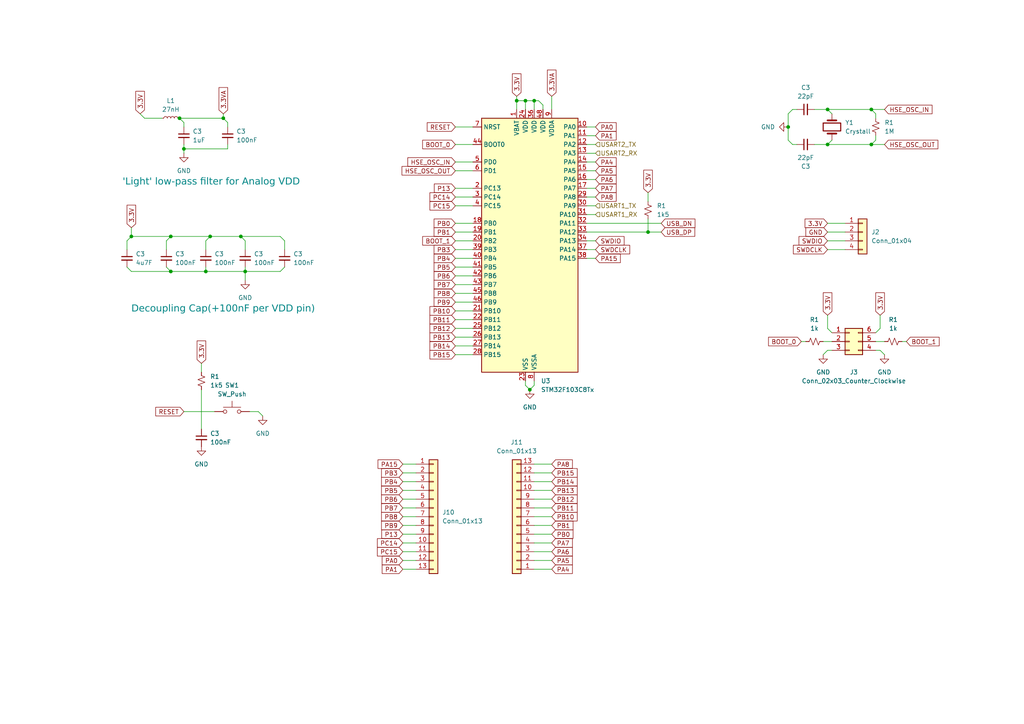
<source format=kicad_sch>
(kicad_sch (version 20230121) (generator eeschema)
  (paper "A4")
  (lib_symbols
    (symbol "Connector_Generic:Conn_01x04" (pin_names (offset 1.016) hide)
      (property "Reference" "J" (at 0 5.08 0))
      (property "Value" "Conn_01x04" (at 0 -7.62 0))
      (symbol "Conn_01x04_1_1"
        (rectangle (start -1.27 -4.953) (end 0 -5.207) (stroke (width 0.1524)))
        (rectangle (start -1.27 -2.413) (end 0 -2.667) (stroke (width 0.1524)))
        (rectangle (start -1.27 0.127) (end 0 -0.127) (stroke (width 0.1524)))
        (rectangle (start -1.27 2.667) (end 0 2.413) (stroke (width 0.1524)))
        (rectangle (start -1.27 3.81) (end 1.27 -6.35) (stroke (width 0.254)) (fill (type background)))
        (pin passive line (at -5.08 2.54 0) (length 3.81) (name "Pin_1") (number "1"))
        (pin passive line (at -5.08 0 0) (length 3.81) (name "Pin_2") (number "2"))
        (pin passive line (at -5.08 -2.54 0) (length 3.81) (name "Pin_3") (number "3"))
        (pin passive line (at -5.08 -5.08 0) (length 3.81) (name "Pin_4") (number "4"))
      )
    )
    (symbol "Connector_Generic:Conn_01x13" (pin_names (offset 1.016) hide)
      (property "Reference" "J" (at 0 17.78 0))
      (property "Value" "Conn_01x13" (at 0 -17.78 0))
      (symbol "Conn_01x13_1_1"
        (rectangle (start -1.27 -15.113) (end 0 -15.367) (stroke (width 0.1524)))
        (rectangle (start -1.27 -12.573) (end 0 -12.827) (stroke (width 0.1524)))
        (rectangle (start -1.27 -10.033) (end 0 -10.287) (stroke (width 0.1524)))
        (rectangle (start -1.27 -7.493) (end 0 -7.747) (stroke (width 0.1524)))
        (rectangle (start -1.27 -4.953) (end 0 -5.207) (stroke (width 0.1524)))
        (rectangle (start -1.27 -2.413) (end 0 -2.667) (stroke (width 0.1524)))
        (rectangle (start -1.27 0.127) (end 0 -0.127) (stroke (width 0.1524)))
        (rectangle (start -1.27 2.667) (end 0 2.413) (stroke (width 0.1524)))
        (rectangle (start -1.27 5.207) (end 0 4.953) (stroke (width 0.1524)))
        (rectangle (start -1.27 7.747) (end 0 7.493) (stroke (width 0.1524)))
        (rectangle (start -1.27 10.287) (end 0 10.033) (stroke (width 0.1524)))
        (rectangle (start -1.27 12.827) (end 0 12.573) (stroke (width 0.1524)))
        (rectangle (start -1.27 15.367) (end 0 15.113) (stroke (width 0.1524)))
        (rectangle (start -1.27 16.51) (end 1.27 -16.51) (stroke (width 0.254)) (fill (type background)))
        (pin passive line (at -5.08 15.24 0) (length 3.81) (name "Pin_1") (number "1"))
        (pin passive line (at -5.08 -7.62 0) (length 3.81) (name "Pin_10") (number "10"))
        (pin passive line (at -5.08 -10.16 0) (length 3.81) (name "Pin_11") (number "11"))
        (pin passive line (at -5.08 -12.7 0) (length 3.81) (name "Pin_12") (number "12"))
        (pin passive line (at -5.08 -15.24 0) (length 3.81) (name "Pin_13") (number "13"))
        (pin passive line (at -5.08 12.7 0) (length 3.81) (name "Pin_2") (number "2"))
        (pin passive line (at -5.08 10.16 0) (length 3.81) (name "Pin_3") (number "3"))
        (pin passive line (at -5.08 7.62 0) (length 3.81) (name "Pin_4") (number "4"))
        (pin passive line (at -5.08 5.08 0) (length 3.81) (name "Pin_5") (number "5"))
        (pin passive line (at -5.08 2.54 0) (length 3.81) (name "Pin_6") (number "6"))
        (pin passive line (at -5.08 0 0) (length 3.81) (name "Pin_7") (number "7"))
        (pin passive line (at -5.08 -2.54 0) (length 3.81) (name "Pin_8") (number "8"))
        (pin passive line (at -5.08 -5.08 0) (length 3.81) (name "Pin_9") (number "9"))
      )
    )
    (symbol "Connector_Generic:Conn_02x03_Counter_Clockwise" (pin_names (offset 1.016) hide)
      (property "Reference" "J" (at 1.27 5.08 0))
      (property "Value" "Conn_02x03_Counter_Clockwise" (at 1.27 -5.08 0))
      (symbol "Conn_02x03_Counter_Clockwise_1_1"
        (rectangle (start -1.27 -2.413) (end 0 -2.667) (stroke (width 0.1524)))
        (rectangle (start -1.27 0.127) (end 0 -0.127) (stroke (width 0.1524)))
        (rectangle (start -1.27 2.667) (end 0 2.413) (stroke (width 0.1524)))
        (rectangle (start -1.27 3.81) (end 3.81 -3.81) (stroke (width 0.254)) (fill (type background)))
        (rectangle (start 3.81 -2.413) (end 2.54 -2.667) (stroke (width 0.1524)))
        (rectangle (start 3.81 0.127) (end 2.54 -0.127) (stroke (width 0.1524)))
        (rectangle (start 3.81 2.667) (end 2.54 2.413) (stroke (width 0.1524)))
        (pin passive line (at -5.08 2.54 0) (length 3.81) (name "Pin_1") (number "1"))
        (pin passive line (at -5.08 0 0) (length 3.81) (name "Pin_2") (number "2"))
        (pin passive line (at -5.08 -2.54 0) (length 3.81) (name "Pin_3") (number "3"))
        (pin passive line (at 7.62 -2.54 180) (length 3.81) (name "Pin_4") (number "4"))
        (pin passive line (at 7.62 0 180) (length 3.81) (name "Pin_5") (number "5"))
        (pin passive line (at 7.62 2.54 180) (length 3.81) (name "Pin_6") (number "6"))
      )
    )
    (symbol "Device:C_Small" (pin_numbers hide) (pin_names (offset 0.254) hide)
      (property "Reference" "C" (at 0.254 1.778 0))
      (property "Value" "C_Small" (at 0.254 -2.032 0))
      (symbol "C_Small_0_1"
        (polyline (pts (xy -1.524 -0.508) (xy 1.524 -0.508)) (stroke (width 0.3302)))
        (polyline (pts (xy -1.524 0.508) (xy 1.524 0.508)) (stroke (width 0.3048)))
      )
      (symbol "C_Small_1_1"
        (pin passive line (at 0 2.54 270) (length 2.032) (name "~") (number "1"))
        (pin passive line (at 0 -2.54 90) (length 2.032) (name "~") (number "2"))
      )
    )
    (symbol "Device:Crystal" (pin_numbers hide) (pin_names (offset 1.016) hide)
      (property "Reference" "Y" (at 0 3.81 0))
      (property "Value" "Crystal" (at 0 -3.81 0))
      (symbol "Crystal_0_1"
        (rectangle (start -1.143 2.54) (end 1.143 -2.54) (stroke (width 0.3048)))
        (polyline (pts (xy -2.54 0) (xy -1.905 0)))
        (polyline (pts (xy -1.905 -1.27) (xy -1.905 1.27)) (stroke (width 0.508)))
        (polyline (pts (xy 1.905 -1.27) (xy 1.905 1.27)) (stroke (width 0.508)))
        (polyline (pts (xy 2.54 0) (xy 1.905 0)))
      )
      (symbol "Crystal_1_1"
        (pin passive line (at -3.81 0 0) (length 1.27) (name "1") (number "1"))
        (pin passive line (at 3.81 0 180) (length 1.27) (name "2") (number "2"))
      )
    )
    (symbol "Device:L_Small" (pin_numbers hide) (pin_names (offset 0.254) hide)
      (property "Reference" "L" (at 0.762 1.016 0))
      (property "Value" "L_Small" (at 0.762 -1.016 0))
      (symbol "L_Small_0_1"
        (arc (start 0 -2.032) (mid 0.5058 -1.524) (end 0 -1.016))
        (arc (start 0 -1.016) (mid 0.5058 -0.508) (end 0 0))
        (arc (start 0 0) (mid 0.5058 0.508) (end 0 1.016))
        (arc (start 0 1.016) (mid 0.5058 1.524) (end 0 2.032))
      )
      (symbol "L_Small_1_1"
        (pin passive line (at 0 2.54 270) (length 0.508) (name "~") (number "1"))
        (pin passive line (at 0 -2.54 90) (length 0.508) (name "~") (number "2"))
      )
    )
    (symbol "Device:R_Small_US" (pin_numbers hide) (pin_names (offset 0.254) hide)
      (property "Reference" "R" (at 0.762 0.508 0))
      (property "Value" "R_Small_US" (at 0.762 -1.016 0))
      (symbol "R_Small_US_1_1"
        (polyline (pts (xy 0 0) (xy 1.016 -0.381) (xy 0 -0.762) (xy -1.016 -1.143) (xy 0 -1.524)))
        (polyline (pts (xy 0 1.524) (xy 1.016 1.143) (xy 0 0.762) (xy -1.016 0.381) (xy 0 0)))
        (pin passive line (at 0 2.54 270) (length 1.016) (name "~") (number "1"))
        (pin passive line (at 0 -2.54 90) (length 1.016) (name "~") (number "2"))
      )
    )
    (symbol "MCU_ST_STM32F1:STM32F103C8Tx"
      (property "Reference" "U" (at -12.7 39.37 0))
      (property "Value" "STM32F103C8Tx" (at 10.16 39.37 0))
      (symbol "STM32F103C8Tx_0_1"
        (rectangle (start -12.7 -35.56) (end 15.24 38.1) (stroke (width 0.254)) (fill (type background)))
      )
      (symbol "STM32F103C8Tx_1_1"
        (pin power_in line (at -2.54 40.64 270) (length 2.54) (name "VBAT") (number "1"))
        (pin bidirectional line (at 17.78 35.56 180) (length 2.54) (name "PA0") (number "10"))
        (pin bidirectional line (at 17.78 33.02 180) (length 2.54) (name "PA1") (number "11"))
        (pin bidirectional line (at 17.78 30.48 180) (length 2.54) (name "PA2") (number "12"))
        (pin bidirectional line (at 17.78 27.94 180) (length 2.54) (name "PA3") (number "13"))
        (pin bidirectional line (at 17.78 25.4 180) (length 2.54) (name "PA4") (number "14"))
        (pin bidirectional line (at 17.78 22.86 180) (length 2.54) (name "PA5") (number "15"))
        (pin bidirectional line (at 17.78 20.32 180) (length 2.54) (name "PA6") (number "16"))
        (pin bidirectional line (at 17.78 17.78 180) (length 2.54) (name "PA7") (number "17"))
        (pin bidirectional line (at -15.24 7.62 0) (length 2.54) (name "PB0") (number "18"))
        (pin bidirectional line (at -15.24 5.08 0) (length 2.54) (name "PB1") (number "19"))
        (pin bidirectional line (at -15.24 17.78 0) (length 2.54) (name "PC13") (number "2"))
        (pin bidirectional line (at -15.24 2.54 0) (length 2.54) (name "PB2") (number "20"))
        (pin bidirectional line (at -15.24 -17.78 0) (length 2.54) (name "PB10") (number "21"))
        (pin bidirectional line (at -15.24 -20.32 0) (length 2.54) (name "PB11") (number "22"))
        (pin power_in line (at 0 -38.1 90) (length 2.54) (name "VSS") (number "23"))
        (pin power_in line (at 0 40.64 270) (length 2.54) (name "VDD") (number "24"))
        (pin bidirectional line (at -15.24 -22.86 0) (length 2.54) (name "PB12") (number "25"))
        (pin bidirectional line (at -15.24 -25.4 0) (length 2.54) (name "PB13") (number "26"))
        (pin bidirectional line (at -15.24 -27.94 0) (length 2.54) (name "PB14") (number "27"))
        (pin bidirectional line (at -15.24 -30.48 0) (length 2.54) (name "PB15") (number "28"))
        (pin bidirectional line (at 17.78 15.24 180) (length 2.54) (name "PA8") (number "29"))
        (pin bidirectional line (at -15.24 15.24 0) (length 2.54) (name "PC14") (number "3"))
        (pin bidirectional line (at 17.78 12.7 180) (length 2.54) (name "PA9") (number "30"))
        (pin bidirectional line (at 17.78 10.16 180) (length 2.54) (name "PA10") (number "31"))
        (pin bidirectional line (at 17.78 7.62 180) (length 2.54) (name "PA11") (number "32"))
        (pin bidirectional line (at 17.78 5.08 180) (length 2.54) (name "PA12") (number "33"))
        (pin bidirectional line (at 17.78 2.54 180) (length 2.54) (name "PA13") (number "34"))
        (pin passive line (at 0 -38.1 90) (length 2.54) hide (name "VSS") (number "35"))
        (pin power_in line (at 2.54 40.64 270) (length 2.54) (name "VDD") (number "36"))
        (pin bidirectional line (at 17.78 0 180) (length 2.54) (name "PA14") (number "37"))
        (pin bidirectional line (at 17.78 -2.54 180) (length 2.54) (name "PA15") (number "38"))
        (pin bidirectional line (at -15.24 0 0) (length 2.54) (name "PB3") (number "39"))
        (pin bidirectional line (at -15.24 12.7 0) (length 2.54) (name "PC15") (number "4"))
        (pin bidirectional line (at -15.24 -2.54 0) (length 2.54) (name "PB4") (number "40"))
        (pin bidirectional line (at -15.24 -5.08 0) (length 2.54) (name "PB5") (number "41"))
        (pin bidirectional line (at -15.24 -7.62 0) (length 2.54) (name "PB6") (number "42"))
        (pin bidirectional line (at -15.24 -10.16 0) (length 2.54) (name "PB7") (number "43"))
        (pin input line (at -15.24 30.48 0) (length 2.54) (name "BOOT0") (number "44"))
        (pin bidirectional line (at -15.24 -12.7 0) (length 2.54) (name "PB8") (number "45"))
        (pin bidirectional line (at -15.24 -15.24 0) (length 2.54) (name "PB9") (number "46"))
        (pin passive line (at 0 -38.1 90) (length 2.54) hide (name "VSS") (number "47"))
        (pin power_in line (at 5.08 40.64 270) (length 2.54) (name "VDD") (number "48"))
        (pin bidirectional line (at -15.24 25.4 0) (length 2.54) (name "PD0") (number "5"))
        (pin bidirectional line (at -15.24 22.86 0) (length 2.54) (name "PD1") (number "6"))
        (pin input line (at -15.24 35.56 0) (length 2.54) (name "NRST") (number "7"))
        (pin power_in line (at 2.54 -38.1 90) (length 2.54) (name "VSSA") (number "8"))
        (pin power_in line (at 7.62 40.64 270) (length 2.54) (name "VDDA") (number "9"))
      )
    )
    (symbol "Switch:SW_Push" (pin_numbers hide) (pin_names (offset 1.016) hide)
      (property "Reference" "SW" (at 1.27 2.54 0))
      (property "Value" "SW_Push" (at 0 -1.524 0))
      (symbol "SW_Push_0_1"
        (circle (center -2.032 0) (radius 0.508))
        (polyline (pts (xy 0 1.27) (xy 0 3.048)))
        (polyline (pts (xy 2.54 1.27) (xy -2.54 1.27)))
        (circle (center 2.032 0) (radius 0.508))
        (pin passive line (at -5.08 0 0) (length 2.54) (name "1") (number "1"))
        (pin passive line (at 5.08 0 180) (length 2.54) (name "2") (number "2"))
      )
    )
    (symbol "power:GND" (power) (pin_names (offset 0))
      (property "Value" "GND" (at 0 -3.81 0))
      (symbol "GND_0_1"
        (polyline (pts (xy 0 0) (xy 0 -1.27) (xy 1.27 -1.27) (xy 0 -2.54) (xy -1.27 -1.27) (xy 0 -1.27)))
      )
      (symbol "GND_1_1"
        (pin power_in line (at 0 0 270) (length 0) hide (name "GND") (number "1"))
      )
    )
  )
  (junction (at 53.34 43.18))
  (junction (at 252.73 31.75))
  (junction (at 49.53 68.58))
  (junction (at 60.96 68.58))
  (junction (at 228.6 36.83))
  (junction (at 252.73 41.91))
  (junction (at 240.03 31.75))
  (junction (at 153.67 113.03))
  (junction (at 240.03 41.91))
  (junction (at 69.85 68.58))
  (junction (at 187.96 67.31))
  (junction (at 149.86 29.21))
  (junction (at 64.77 34.29))
  (junction (at 59.69 78.74))
  (junction (at 152.4 29.21))
  (junction (at 38.1 68.58))
  (junction (at 49.53 78.74))
  (junction (at 52.07 34.29))
  (junction (at 71.12 78.74))
  (junction (at 154.94 29.21))
  (wire (pts (xy 132.08 74.93) (xy 137.16 74.93)))
  (wire (pts (xy 116.84 137.16) (xy 120.65 137.16)))
  (wire (pts (xy 132.08 77.47) (xy 137.16 77.47)))
  (wire (pts (xy 240.03 101.6) (xy 238.76 102.87)))
  (wire (pts (xy 240.03 95.25) (xy 241.3 96.52)))
  (wire (pts (xy 154.94 111.76) (xy 153.67 113.03)))
  (wire (pts (xy 132.08 95.25) (xy 137.16 95.25)))
  (wire (pts (xy 254 39.37) (xy 254 40.64)))
  (wire (pts (xy 71.12 77.47) (xy 71.12 78.74)))
  (wire (pts (xy 53.34 43.18) (xy 66.04 43.18)))
  (wire (pts (xy 116.84 142.24) (xy 120.65 142.24)))
  (wire (pts (xy 154.94 142.24) (xy 160.02 142.24)))
  (wire (pts (xy 187.96 63.5) (xy 187.96 67.31)))
  (wire (pts (xy 59.69 77.47) (xy 59.69 78.74)))
  (wire (pts (xy 132.08 46.99) (xy 137.16 46.99)))
  (wire (pts (xy 36.83 69.85) (xy 36.83 72.39)))
  (wire (pts (xy 170.18 44.45) (xy 172.72 44.45)))
  (wire (pts (xy 132.08 67.31) (xy 137.16 67.31)))
  (wire (pts (xy 228.6 40.64) (xy 229.87 41.91)))
  (wire (pts (xy 170.18 49.53) (xy 172.72 49.53)))
  (wire (pts (xy 48.26 77.47) (xy 49.53 78.74)))
  (wire (pts (xy 64.77 34.29) (xy 66.04 35.56)))
  (wire (pts (xy 170.18 67.31) (xy 187.96 67.31)))
  (wire (pts (xy 132.08 92.71) (xy 137.16 92.71)))
  (wire (pts (xy 229.87 41.91) (xy 231.14 41.91)))
  (wire (pts (xy 59.69 69.85) (xy 60.96 68.58)))
  (wire (pts (xy 170.18 39.37) (xy 172.72 39.37)))
  (wire (pts (xy 132.08 80.01) (xy 137.16 80.01)))
  (wire (pts (xy 254 33.02) (xy 254 34.29)))
  (wire (pts (xy 252.73 41.91) (xy 254 40.64)))
  (wire (pts (xy 71.12 69.85) (xy 69.85 68.58)))
  (wire (pts (xy 240.03 67.31) (xy 245.11 67.31)))
  (wire (pts (xy 132.08 64.77) (xy 137.16 64.77)))
  (wire (pts (xy 157.48 30.48) (xy 156.21 29.21)))
  (wire (pts (xy 154.94 29.21) (xy 156.21 29.21)))
  (wire (pts (xy 187.96 67.31) (xy 191.77 67.31)))
  (wire (pts (xy 170.18 52.07) (xy 172.72 52.07)))
  (wire (pts (xy 81.28 78.74) (xy 82.55 77.47)))
  (wire (pts (xy 59.69 72.39) (xy 59.69 69.85)))
  (wire (pts (xy 48.26 69.85) (xy 48.26 72.39)))
  (wire (pts (xy 170.18 36.83) (xy 172.72 36.83)))
  (wire (pts (xy 160.02 27.94) (xy 160.02 31.75)))
  (wire (pts (xy 170.18 74.93) (xy 172.72 74.93)))
  (wire (pts (xy 52.07 34.29) (xy 64.77 34.29)))
  (wire (pts (xy 240.03 64.77) (xy 245.11 64.77)))
  (wire (pts (xy 58.42 105.41) (xy 58.42 107.95)))
  (wire (pts (xy 157.48 30.48) (xy 157.48 31.75)))
  (wire (pts (xy 53.34 41.91) (xy 53.34 43.18)))
  (wire (pts (xy 241.3 33.02) (xy 240.03 31.75)))
  (wire (pts (xy 53.34 119.38) (xy 62.23 119.38)))
  (wire (pts (xy 154.94 139.7) (xy 160.02 139.7)))
  (wire (pts (xy 116.84 134.62) (xy 120.65 134.62)))
  (wire (pts (xy 53.34 43.18) (xy 53.34 44.45)))
  (wire (pts (xy 154.94 160.02) (xy 160.02 160.02)))
  (wire (pts (xy 52.07 34.29) (xy 53.34 35.56)))
  (wire (pts (xy 240.03 41.91) (xy 252.73 41.91)))
  (wire (pts (xy 236.22 31.75) (xy 240.03 31.75)))
  (wire (pts (xy 132.08 97.79) (xy 137.16 97.79)))
  (wire (pts (xy 66.04 41.91) (xy 66.04 43.18)))
  (wire (pts (xy 71.12 72.39) (xy 71.12 69.85)))
  (wire (pts (xy 66.04 35.56) (xy 66.04 36.83)))
  (wire (pts (xy 256.54 41.91) (xy 252.73 41.91)))
  (wire (pts (xy 132.08 72.39) (xy 137.16 72.39)))
  (wire (pts (xy 255.27 95.25) (xy 254 96.52)))
  (wire (pts (xy 132.08 57.15) (xy 137.16 57.15)))
  (wire (pts (xy 36.83 69.85) (xy 38.1 68.58)))
  (wire (pts (xy 36.83 77.47) (xy 38.1 78.74)))
  (wire (pts (xy 231.14 31.75) (xy 229.87 31.75)))
  (wire (pts (xy 116.84 139.7) (xy 120.65 139.7)))
  (wire (pts (xy 38.1 78.74) (xy 49.53 78.74)))
  (wire (pts (xy 49.53 78.74) (xy 59.69 78.74)))
  (wire (pts (xy 149.86 29.21) (xy 152.4 29.21)))
  (wire (pts (xy 132.08 102.87) (xy 137.16 102.87)))
  (wire (pts (xy 132.08 85.09) (xy 137.16 85.09)))
  (wire (pts (xy 170.18 64.77) (xy 191.77 64.77)))
  (wire (pts (xy 152.4 111.76) (xy 153.67 113.03)))
  (wire (pts (xy 154.94 157.48) (xy 160.02 157.48)))
  (wire (pts (xy 64.77 33.02) (xy 64.77 34.29)))
  (wire (pts (xy 154.94 154.94) (xy 160.02 154.94)))
  (wire (pts (xy 40.64 33.02) (xy 41.91 34.29)))
  (wire (pts (xy 252.73 31.75) (xy 254 33.02)))
  (wire (pts (xy 254 101.6) (xy 255.27 101.6)))
  (wire (pts (xy 152.4 110.49) (xy 152.4 111.76)))
  (wire (pts (xy 154.94 134.62) (xy 160.02 134.62)))
  (wire (pts (xy 58.42 113.03) (xy 58.42 124.46)))
  (wire (pts (xy 170.18 54.61) (xy 172.72 54.61)))
  (wire (pts (xy 152.4 29.21) (xy 152.4 31.75)))
  (wire (pts (xy 116.84 165.1) (xy 120.65 165.1)))
  (wire (pts (xy 71.12 78.74) (xy 81.28 78.74)))
  (wire (pts (xy 38.1 66.04) (xy 38.1 68.58)))
  (wire (pts (xy 170.18 72.39) (xy 172.72 72.39)))
  (wire (pts (xy 132.08 49.53) (xy 137.16 49.53)))
  (wire (pts (xy 116.84 160.02) (xy 120.65 160.02)))
  (wire (pts (xy 228.6 36.83) (xy 228.6 40.64)))
  (wire (pts (xy 132.08 54.61) (xy 137.16 54.61)))
  (wire (pts (xy 82.55 69.85) (xy 82.55 72.39)))
  (wire (pts (xy 53.34 35.56) (xy 53.34 36.83)))
  (wire (pts (xy 132.08 90.17) (xy 137.16 90.17)))
  (wire (pts (xy 132.08 69.85) (xy 137.16 69.85)))
  (wire (pts (xy 116.84 144.78) (xy 120.65 144.78)))
  (wire (pts (xy 132.08 100.33) (xy 137.16 100.33)))
  (wire (pts (xy 132.08 59.69) (xy 137.16 59.69)))
  (wire (pts (xy 240.03 91.44) (xy 240.03 95.25)))
  (wire (pts (xy 241.3 40.64) (xy 240.03 41.91)))
  (wire (pts (xy 132.08 82.55) (xy 137.16 82.55)))
  (wire (pts (xy 81.28 68.58) (xy 82.55 69.85)))
  (wire (pts (xy 149.86 29.21) (xy 149.86 31.75)))
  (wire (pts (xy 232.41 99.06) (xy 233.68 99.06)))
  (wire (pts (xy 116.84 152.4) (xy 120.65 152.4)))
  (wire (pts (xy 69.85 68.58) (xy 81.28 68.58)))
  (wire (pts (xy 60.96 68.58) (xy 69.85 68.58)))
  (wire (pts (xy 170.18 62.23) (xy 172.72 62.23)))
  (wire (pts (xy 149.86 27.94) (xy 149.86 29.21)))
  (wire (pts (xy 116.84 149.86) (xy 120.65 149.86)))
  (wire (pts (xy 49.53 68.58) (xy 60.96 68.58)))
  (wire (pts (xy 72.39 119.38) (xy 74.93 119.38)))
  (wire (pts (xy 236.22 41.91) (xy 240.03 41.91)))
  (wire (pts (xy 154.94 144.78) (xy 160.02 144.78)))
  (wire (pts (xy 170.18 69.85) (xy 172.72 69.85)))
  (wire (pts (xy 116.84 154.94) (xy 120.65 154.94)))
  (wire (pts (xy 255.27 91.44) (xy 255.27 95.25)))
  (wire (pts (xy 48.26 69.85) (xy 49.53 68.58)))
  (wire (pts (xy 240.03 101.6) (xy 241.3 101.6)))
  (wire (pts (xy 154.94 147.32) (xy 160.02 147.32)))
  (wire (pts (xy 132.08 41.91) (xy 137.16 41.91)))
  (wire (pts (xy 38.1 68.58) (xy 49.53 68.58)))
  (wire (pts (xy 170.18 41.91) (xy 172.72 41.91)))
  (wire (pts (xy 240.03 72.39) (xy 245.11 72.39)))
  (wire (pts (xy 116.84 147.32) (xy 120.65 147.32)))
  (wire (pts (xy 116.84 157.48) (xy 120.65 157.48)))
  (wire (pts (xy 41.91 34.29) (xy 46.99 34.29)))
  (wire (pts (xy 154.94 29.21) (xy 154.94 31.75)))
  (wire (pts (xy 154.94 162.56) (xy 160.02 162.56)))
  (wire (pts (xy 154.94 165.1) (xy 160.02 165.1)))
  (wire (pts (xy 71.12 78.74) (xy 71.12 81.28)))
  (wire (pts (xy 238.76 99.06) (xy 241.3 99.06)))
  (wire (pts (xy 116.84 162.56) (xy 120.65 162.56)))
  (wire (pts (xy 170.18 46.99) (xy 172.72 46.99)))
  (wire (pts (xy 255.27 101.6) (xy 256.54 102.87)))
  (wire (pts (xy 240.03 31.75) (xy 252.73 31.75)))
  (wire (pts (xy 187.96 55.88) (xy 187.96 58.42)))
  (wire (pts (xy 170.18 57.15) (xy 172.72 57.15)))
  (wire (pts (xy 154.94 110.49) (xy 154.94 111.76)))
  (wire (pts (xy 240.03 69.85) (xy 245.11 69.85)))
  (wire (pts (xy 154.94 149.86) (xy 160.02 149.86)))
  (wire (pts (xy 254 99.06) (xy 256.54 99.06)))
  (wire (pts (xy 74.93 119.38) (xy 76.2 120.65)))
  (wire (pts (xy 154.94 152.4) (xy 160.02 152.4)))
  (wire (pts (xy 228.6 33.02) (xy 228.6 36.83)))
  (wire (pts (xy 132.08 87.63) (xy 137.16 87.63)))
  (wire (pts (xy 262.89 99.06) (xy 261.62 99.06)))
  (wire (pts (xy 154.94 137.16) (xy 160.02 137.16)))
  (wire (pts (xy 229.87 31.75) (xy 228.6 33.02)))
  (wire (pts (xy 256.54 31.75) (xy 252.73 31.75)))
  (wire (pts (xy 132.08 36.83) (xy 137.16 36.83)))
  (wire (pts (xy 170.18 59.69) (xy 172.72 59.69)))
  (wire (pts (xy 152.4 29.21) (xy 154.94 29.21)))
  (wire (pts (xy 59.69 78.74) (xy 71.12 78.74)))
  (text "Decoupling Cap(+100nF per VDD pin)\n" (at 38.1 91.44 0) (effects (font (size 2 2)) (justify left bottom)))
  (text "'Light' low-pass filter for Analog VDD" (at 35.56 54.61 0) (effects (font (size 2 2)) (justify left bottom)))
  (global_label "RESET" (shape input) (at 53.34 119.38 180) (property "Intersheetrefs" "${INTERSHEET_REFS}" (effects hide)))
  (global_label "PB15" (shape input) (at 160.02 137.16 0) (property "Intersheetrefs" "${INTERSHEET_REFS}" (effects hide)))
  (global_label "PC14" (shape input) (at 116.84 157.48 180) (property "Intersheetrefs" "${INTERSHEET_REFS}" (effects hide)))
  (global_label "PB8" (shape input) (at 116.84 149.86 180) (property "Intersheetrefs" "${INTERSHEET_REFS}" (effects hide)))
  (global_label "PB10" (shape input) (at 160.02 149.86 0) (property "Intersheetrefs" "${INTERSHEET_REFS}" (effects hide)))
  (global_label "PA8" (shape input) (at 160.02 134.62 0) (property "Intersheetrefs" "${INTERSHEET_REFS}" (effects hide)))
  (global_label "SWDCLK" (shape input) (at 240.03 72.39 180) (property "Intersheetrefs" "${INTERSHEET_REFS}" (effects hide)))
  (global_label "BOOT_1" (shape input) (at 262.89 99.06 0) (property "Intersheetrefs" "${INTERSHEET_REFS}" (effects hide)))
  (global_label "SWDCLK" (shape input) (at 172.72 72.39 0) (property "Intersheetrefs" "${INTERSHEET_REFS}" (effects hide)))
  (global_label "3.3V" (shape input) (at 240.03 91.44 90) (property "Intersheetrefs" "${INTERSHEET_REFS}" (effects hide)))
  (global_label "PA1" (shape input) (at 172.72 39.37 0) (property "Intersheetrefs" "${INTERSHEET_REFS}" (effects hide)))
  (global_label "BOOT_1" (shape input) (at 132.08 69.85 180) (property "Intersheetrefs" "${INTERSHEET_REFS}" (effects hide)))
  (global_label "3.3V" (shape input) (at 255.27 91.44 90) (property "Intersheetrefs" "${INTERSHEET_REFS}" (effects hide)))
  (global_label "PA7" (shape input) (at 160.02 157.48 0) (property "Intersheetrefs" "${INTERSHEET_REFS}" (effects hide)))
  (global_label "PB12" (shape input) (at 160.02 144.78 0) (property "Intersheetrefs" "${INTERSHEET_REFS}" (effects hide)))
  (global_label "PB8" (shape input) (at 132.08 85.09 180) (property "Intersheetrefs" "${INTERSHEET_REFS}" (effects hide)))
  (global_label "PA0" (shape input) (at 116.84 162.56 180) (property "Intersheetrefs" "${INTERSHEET_REFS}" (effects hide)))
  (global_label "BOOT_0" (shape input) (at 132.08 41.91 180) (property "Intersheetrefs" "${INTERSHEET_REFS}" (effects hide)))
  (global_label "PB4" (shape input) (at 132.08 74.93 180) (property "Intersheetrefs" "${INTERSHEET_REFS}" (effects hide)))
  (global_label "PC15" (shape input) (at 116.84 160.02 180) (property "Intersheetrefs" "${INTERSHEET_REFS}" (effects hide)))
  (global_label "PB13" (shape input) (at 132.08 97.79 180) (property "Intersheetrefs" "${INTERSHEET_REFS}" (effects hide)))
  (global_label "HSE_OSC_OUT" (shape input) (at 132.08 49.53 180) (property "Intersheetrefs" "${INTERSHEET_REFS}" (effects hide)))
  (global_label "PB7" (shape input) (at 116.84 147.32 180) (property "Intersheetrefs" "${INTERSHEET_REFS}" (effects hide)))
  (global_label "PB4" (shape input) (at 116.84 139.7 180) (property "Intersheetrefs" "${INTERSHEET_REFS}" (effects hide)))
  (global_label "HSE_OSC_OUT" (shape input) (at 256.54 41.91 0) (property "Intersheetrefs" "${INTERSHEET_REFS}" (effects hide)))
  (global_label "PC15" (shape input) (at 132.08 59.69 180) (property "Intersheetrefs" "${INTERSHEET_REFS}" (effects hide)))
  (global_label "PB15" (shape input) (at 132.08 102.87 180) (property "Intersheetrefs" "${INTERSHEET_REFS}" (effects hide)))
  (global_label "PC14" (shape input) (at 132.08 57.15 180) (property "Intersheetrefs" "${INTERSHEET_REFS}" (effects hide)))
  (global_label "SWDIO" (shape input) (at 172.72 69.85 0) (property "Intersheetrefs" "${INTERSHEET_REFS}" (effects hide)))
  (global_label "PB5" (shape input) (at 132.08 77.47 180) (property "Intersheetrefs" "${INTERSHEET_REFS}" (effects hide)))
  (global_label "PB9" (shape input) (at 132.08 87.63 180) (property "Intersheetrefs" "${INTERSHEET_REFS}" (effects hide)))
  (global_label "PA0" (shape input) (at 172.72 36.83 0) (property "Intersheetrefs" "${INTERSHEET_REFS}" (effects hide)))
  (global_label "HSE_OSC_IN" (shape input) (at 256.54 31.75 0) (property "Intersheetrefs" "${INTERSHEET_REFS}" (effects hide)))
  (global_label "3.3V" (shape input) (at 187.96 55.88 90) (property "Intersheetrefs" "${INTERSHEET_REFS}" (effects hide)))
  (global_label "PA6" (shape input) (at 160.02 160.02 0) (property "Intersheetrefs" "${INTERSHEET_REFS}" (effects hide)))
  (global_label "PB12" (shape input) (at 132.08 95.25 180) (property "Intersheetrefs" "${INTERSHEET_REFS}" (effects hide)))
  (global_label "PA6" (shape input) (at 172.72 52.07 0) (property "Intersheetrefs" "${INTERSHEET_REFS}" (effects hide)))
  (global_label "PA4" (shape input) (at 160.02 165.1 0) (property "Intersheetrefs" "${INTERSHEET_REFS}" (effects hide)))
  (global_label "P13" (shape input) (at 116.84 154.94 180) (property "Intersheetrefs" "${INTERSHEET_REFS}" (effects hide)))
  (global_label "PA8" (shape input) (at 172.72 57.15 0) (property "Intersheetrefs" "${INTERSHEET_REFS}" (effects hide)))
  (global_label "HSE_OSC_IN" (shape input) (at 132.08 46.99 180) (property "Intersheetrefs" "${INTERSHEET_REFS}" (effects hide)))
  (global_label "PB13" (shape input) (at 160.02 142.24 0) (property "Intersheetrefs" "${INTERSHEET_REFS}" (effects hide)))
  (global_label "USB_DP" (shape input) (at 191.77 67.31 0) (property "Intersheetrefs" "${INTERSHEET_REFS}" (effects hide)))
  (global_label "PB0" (shape input) (at 132.08 64.77 180) (property "Intersheetrefs" "${INTERSHEET_REFS}" (effects hide)))
  (global_label "3.3VA" (shape input) (at 64.77 33.02 90) (property "Intersheetrefs" "${INTERSHEET_REFS}" (effects hide)))
  (global_label "PA1" (shape input) (at 116.84 165.1 180) (property "Intersheetrefs" "${INTERSHEET_REFS}" (effects hide)))
  (global_label "BOOT_0" (shape input) (at 232.41 99.06 180) (property "Intersheetrefs" "${INTERSHEET_REFS}" (effects hide)))
  (global_label "USB_DN" (shape input) (at 191.77 64.77 0) (property "Intersheetrefs" "${INTERSHEET_REFS}" (effects hide)))
  (global_label "PB0" (shape input) (at 160.02 154.94 0) (property "Intersheetrefs" "${INTERSHEET_REFS}" (effects hide)))
  (global_label "PA15" (shape input) (at 116.84 134.62 180) (property "Intersheetrefs" "${INTERSHEET_REFS}" (effects hide)))
  (global_label "PA7" (shape input) (at 172.72 54.61 0) (property "Intersheetrefs" "${INTERSHEET_REFS}" (effects hide)))
  (global_label "PB6" (shape input) (at 132.08 80.01 180) (property "Intersheetrefs" "${INTERSHEET_REFS}" (effects hide)))
  (global_label "P13" (shape input) (at 132.08 54.61 180) (property "Intersheetrefs" "${INTERSHEET_REFS}" (effects hide)))
  (global_label "3.3V" (shape input) (at 40.64 33.02 90) (property "Intersheetrefs" "${INTERSHEET_REFS}" (effects hide)))
  (global_label "PB1" (shape input) (at 160.02 152.4 0) (property "Intersheetrefs" "${INTERSHEET_REFS}" (effects hide)))
  (global_label "PB14" (shape input) (at 132.08 100.33 180) (property "Intersheetrefs" "${INTERSHEET_REFS}" (effects hide)))
  (global_label "PB3" (shape input) (at 116.84 137.16 180) (property "Intersheetrefs" "${INTERSHEET_REFS}" (effects hide)))
  (global_label "PB3" (shape input) (at 132.08 72.39 180) (property "Intersheetrefs" "${INTERSHEET_REFS}" (effects hide)))
  (global_label "RESET" (shape input) (at 132.08 36.83 180) (property "Intersheetrefs" "${INTERSHEET_REFS}" (effects hide)))
  (global_label "SWDIO" (shape input) (at 240.03 69.85 180) (property "Intersheetrefs" "${INTERSHEET_REFS}" (effects hide)))
  (global_label "3.3VA" (shape input) (at 160.02 27.94 90) (property "Intersheetrefs" "${INTERSHEET_REFS}" (effects hide)))
  (global_label "3.3V" (shape input) (at 38.1 66.04 90) (property "Intersheetrefs" "${INTERSHEET_REFS}" (effects hide)))
  (global_label "PA15" (shape input) (at 172.72 74.93 0) (property "Intersheetrefs" "${INTERSHEET_REFS}" (effects hide)))
  (global_label "PB6" (shape input) (at 116.84 144.78 180) (property "Intersheetrefs" "${INTERSHEET_REFS}" (effects hide)))
  (global_label "PB9" (shape input) (at 116.84 152.4 180) (property "Intersheetrefs" "${INTERSHEET_REFS}" (effects hide)))
  (global_label "PB11" (shape input) (at 132.08 92.71 180) (property "Intersheetrefs" "${INTERSHEET_REFS}" (effects hide)))
  (global_label "PB1" (shape input) (at 132.08 67.31 180) (property "Intersheetrefs" "${INTERSHEET_REFS}" (effects hide)))
  (global_label "PB11" (shape input) (at 160.02 147.32 0) (property "Intersheetrefs" "${INTERSHEET_REFS}" (effects hide)))
  (global_label "3.3V" (shape input) (at 58.42 105.41 90) (property "Intersheetrefs" "${INTERSHEET_REFS}" (effects hide)))
  (global_label "PB14" (shape input) (at 160.02 139.7 0) (property "Intersheetrefs" "${INTERSHEET_REFS}" (effects hide)))
  (global_label "PA5" (shape input) (at 172.72 49.53 0) (property "Intersheetrefs" "${INTERSHEET_REFS}" (effects hide)))
  (global_label "PB10" (shape input) (at 132.08 90.17 180) (property "Intersheetrefs" "${INTERSHEET_REFS}" (effects hide)))
  (global_label "3.3V" (shape input) (at 149.86 27.94 90) (property "Intersheetrefs" "${INTERSHEET_REFS}" (effects hide)))
  (global_label "PB7" (shape input) (at 132.08 82.55 180) (property "Intersheetrefs" "${INTERSHEET_REFS}" (effects hide)))
  (global_label "3.3V" (shape input) (at 240.03 64.77 180) (property "Intersheetrefs" "${INTERSHEET_REFS}" (effects hide)))
  (global_label "GND" (shape input) (at 240.03 67.31 180) (property "Intersheetrefs" "${INTERSHEET_REFS}" (effects hide)))
  (global_label "PB5" (shape input) (at 116.84 142.24 180) (property "Intersheetrefs" "${INTERSHEET_REFS}" (effects hide)))
  (global_label "PA5" (shape input) (at 160.02 162.56 0) (property "Intersheetrefs" "${INTERSHEET_REFS}" (effects hide)))
  (global_label "PA4" (shape input) (at 172.72 46.99 0) (property "Intersheetrefs" "${INTERSHEET_REFS}" (effects hide)))
  (hierarchical_label "USART2_TX" (shape input) (at 172.72 41.91 0))
  (hierarchical_label "USART1_TX" (shape input) (at 172.72 59.69 0))
  (hierarchical_label "USART1_RX" (shape input) (at 172.72 62.23 0))
  (hierarchical_label "USART2_RX" (shape input) (at 172.72 44.45 0))
  (symbol (lib_id "Connector_Generic:Conn_01x13") (at 149.86 149.86 180) (unit 1)
    (property "Reference" "J11" (at 149.86 128.27 0))
    (property "Value" "Conn_01x13" (at 149.86 130.81 0))
    (property "Footprint" "Connector_PinHeader_2.00mm:PinHeader_1x13_P2.00mm_Vertical" (effects hide))
  )
  (symbol (lib_id "power:GND") (at 256.54 102.87 0) (unit 1)
    (property "Reference" "#PWR011" (effects hide))
    (property "Value" "GND" (at 256.54 107.95 0))
  )
  (symbol (lib_id "Device:L_Small") (at 49.53 34.29 90) (unit 1)
    (property "Reference" "L1" (at 49.53 29.21 90))
    (property "Value" "27nH" (at 49.53 31.75 90))
    (property "Footprint" "Inductor_SMD:L_0603_1608Metric" (effects hide))
  )
  (symbol (lib_id "power:GND") (at 228.6 36.83 270) (unit 1)
    (property "Reference" "#PWR09" (effects hide))
    (property "Value" "GND" (at 224.79 36.83 90) (effects (justify right)))
  )
  (symbol (lib_id "power:GND") (at 71.12 81.28 0) (unit 1)
    (property "Reference" "#PWR08" (effects hide))
    (property "Value" "GND" (at 71.12 86.36 0))
  )
  (symbol (lib_id "Connector_Generic:Conn_01x04") (at 250.19 67.31 0) (unit 1)
    (property "Reference" "J2" (at 252.73 67.31 0) (effects (justify left)))
    (property "Value" "Conn_01x04" (at 252.73 69.85 0) (effects (justify left)))
    (property "Footprint" "Connector_PinHeader_2.00mm:PinHeader_1x04_P2.00mm_Vertical" (effects hide))
  )
  (symbol (lib_id "power:GND") (at 58.42 129.54 0) (unit 1)
    (property "Reference" "#PWR016" (effects hide))
    (property "Value" "GND" (at 58.42 134.62 0))
  )
  (symbol (lib_id "Connector_Generic:Conn_02x03_Counter_Clockwise") (at 246.38 99.06 0) (unit 1)
    (property "Reference" "J3" (at 247.65 107.95 0))
    (property "Value" "Conn_02x03_Counter_Clockwise" (at 247.65 110.49 0))
    (property "Footprint" "Connector_PinHeader_2.54mm:PinHeader_2x03_P2.54mm_Vertical" (effects hide))
  )
  (symbol (lib_id "power:GND") (at 153.67 113.03 0) (unit 1)
    (property "Reference" "#PWR07" (effects hide))
    (property "Value" "GND" (at 153.67 118.11 0))
  )
  (symbol (lib_id "Device:C_Small") (at 71.12 74.93 0) (unit 1)
    (property "Reference" "C3" (at 73.66 73.6663 0) (effects (justify left)))
    (property "Value" "100nF" (at 73.66 76.2063 0) (effects (justify left)))
    (property "Footprint" "Capacitor_SMD:C_0603_1608Metric_Pad1.08x0.95mm_HandSolder" (effects hide))
    (instances (project "LoRa_MuPr-VAF4751" (path "" (reference "C3") (unit 1)) (path "" (reference "C15") (unit 1))))
  )
  (symbol (lib_id "power:GND") (at 238.76 102.87 0) (unit 1)
    (property "Reference" "#PWR012" (effects hide))
    (property "Value" "GND" (at 238.76 107.95 0))
  )
  (symbol (lib_id "Device:R_Small_US") (at 236.22 99.06 90) (unit 1)
    (property "Reference" "R1" (at 236.22 92.71 90))
    (property "Value" "1k" (at 236.22 95.25 90))
    (property "Footprint" "Resistor_SMD:R_0603_1608Metric_Pad0.98x0.95mm_HandSolder" (effects hide))
    (instances (project "LoRa_MuPr-VAF4751" (path "" (reference "R1") (unit 1)) (path "" (reference "R11") (unit 1))))
  )
  (symbol (lib_id "MCU_ST_STM32F1:STM32F103C8Tx") (at 152.4 72.39 0) (unit 1)
    (property "Reference" "U3" (at 156.8959 110.49 0) (effects (justify left)))
    (property "Value" "STM32F103C8Tx" (at 156.8959 113.03 0) (effects (justify left)))
    (property "Footprint" "Package_QFP:LQFP-48_7x7mm_P0.5mm" (effects hide))
    (property "Datasheet" "https://www.st.com/resource/en/datasheet/stm32f103c8.pdf" (effects hide))
  )
  (symbol (lib_id "Device:C_Small") (at 53.34 39.37 0) (unit 1)
    (property "Reference" "C3" (at 55.88 38.1063 0) (effects (justify left)))
    (property "Value" "1uF" (at 55.88 40.6463 0) (effects (justify left)))
    (property "Footprint" "Capacitor_SMD:C_0603_1608Metric_Pad1.08x0.95mm_HandSolder" (effects hide))
    (instances (project "LoRa_MuPr-VAF4751" (path "" (reference "C3") (unit 1)) (path "" (reference "C19") (unit 1))))
  )
  (symbol (lib_id "Device:C_Small") (at 82.55 74.93 0) (unit 1)
    (property "Reference" "C3" (at 85.09 73.6663 0) (effects (justify left)))
    (property "Value" "100nF" (at 85.09 76.2063 0) (effects (justify left)))
    (property "Footprint" "Capacitor_SMD:C_0603_1608Metric_Pad1.08x0.95mm_HandSolder" (effects hide))
    (instances (project "LoRa_MuPr-VAF4751" (path "" (reference "C3") (unit 1)) (path "" (reference "C16") (unit 1))))
  )
  (symbol (lib_id "Device:C_Small") (at 58.42 127 0) (unit 1)
    (property "Reference" "C3" (at 60.96 125.7363 0) (effects (justify left)))
    (property "Value" "100nF" (at 60.96 128.2763 0) (effects (justify left)))
    (property "Footprint" "Capacitor_SMD:C_0603_1608Metric_Pad1.08x0.95mm_HandSolder" (effects hide))
    (instances (project "LoRa_MuPr-VAF4751" (path "" (reference "C3") (unit 1)) (path "" (reference "C22") (unit 1))))
  )
  (symbol (lib_id "Device:R_Small_US") (at 58.42 110.49 180) (unit 1)
    (property "Reference" "R1" (at 60.96 109.22 0) (effects (justify right)))
    (property "Value" "1k5" (at 60.96 111.76 0) (effects (justify right)))
    (property "Footprint" "Resistor_SMD:R_0603_1608Metric_Pad0.98x0.95mm_HandSolder" (effects hide))
    (instances (project "LoRa_MuPr-VAF4751" (path "" (reference "R1") (unit 1)) (path "" (reference "R14") (unit 1))))
  )
  (symbol (lib_id "Device:C_Small") (at 36.83 74.93 0) (unit 1)
    (property "Reference" "C3" (at 39.37 73.6663 0) (effects (justify left)))
    (property "Value" "4u7F" (at 39.37 76.2063 0) (effects (justify left)))
    (property "Footprint" "Capacitor_SMD:C_0603_1608Metric_Pad1.08x0.95mm_HandSolder" (effects hide))
    (instances (project "LoRa_MuPr-VAF4751" (path "" (reference "C3") (unit 1)) (path "" (reference "C21") (unit 1))))
  )
  (symbol (lib_id "power:GND") (at 76.2 120.65 0) (unit 1)
    (property "Reference" "#PWR015" (effects hide))
    (property "Value" "GND" (at 76.2 125.73 0))
  )
  (symbol (lib_id "Device:R_Small_US") (at 259.08 99.06 90) (unit 1)
    (property "Reference" "R1" (at 259.08 92.71 90))
    (property "Value" "1k" (at 259.08 95.25 90))
    (property "Footprint" "Resistor_SMD:R_0603_1608Metric_Pad0.98x0.95mm_HandSolder" (effects hide))
    (instances (project "LoRa_MuPr-VAF4751" (path "" (reference "R1") (unit 1)) (path "" (reference "R10") (unit 1))))
  )
  (symbol (lib_id "Device:C_Small") (at 66.04 39.37 0) (unit 1)
    (property "Reference" "C3" (at 68.58 38.1063 0) (effects (justify left)))
    (property "Value" "100nF" (at 68.58 40.6463 0) (effects (justify left)))
    (property "Footprint" "Capacitor_SMD:C_0603_1608Metric_Pad1.08x0.95mm_HandSolder" (effects hide))
    (instances (project "LoRa_MuPr-VAF4751" (path "" (reference "C3") (unit 1)) (path "" (reference "C20") (unit 1))))
  )
  (symbol (lib_id "Device:R_Small_US") (at 187.96 60.96 180) (unit 1)
    (property "Reference" "R1" (at 190.5 59.69 0) (effects (justify right)))
    (property "Value" "1k5" (at 190.5 62.23 0) (effects (justify right)))
    (property "Footprint" "Resistor_SMD:R_0603_1608Metric_Pad0.98x0.95mm_HandSolder" (effects hide))
    (instances (project "LoRa_MuPr-VAF4751" (path "" (reference "R1") (unit 1)) (path "" (reference "R13") (unit 1))))
  )
  (symbol (lib_id "Switch:SW_Push") (at 67.31 119.38 0) (unit 1)
    (property "Reference" "SW1" (at 67.31 111.76 0))
    (property "Value" "SW_Push" (at 67.31 114.3 0))
    (property "Footprint" "Button_Switch_SMD:SW_SPST_B3U-1000P" (effects hide))
  )
  (symbol (lib_id "Device:C_Small") (at 59.69 74.93 0) (unit 1)
    (property "Reference" "C3" (at 62.23 73.6663 0) (effects (justify left)))
    (property "Value" "100nF" (at 62.23 76.2063 0) (effects (justify left)))
    (property "Footprint" "Capacitor_SMD:C_0603_1608Metric_Pad1.08x0.95mm_HandSolder" (effects hide))
    (instances (project "LoRa_MuPr-VAF4751" (path "" (reference "C3") (unit 1)) (path "" (reference "C14") (unit 1))))
  )
  (symbol (lib_id "Device:R_Small_US") (at 254 36.83 0) (unit 1)
    (property "Reference" "R1" (at 256.54 35.56 0) (effects (justify left)))
    (property "Value" "1M" (at 256.54 38.1 0) (effects (justify left)))
    (property "Footprint" "Resistor_SMD:R_0603_1608Metric_Pad0.98x0.95mm_HandSolder" (effects hide))
    (instances (project "LoRa_MuPr-VAF4751" (path "" (reference "R1") (unit 1)) (path "" (reference "R9") (unit 1))))
  )
  (symbol (lib_id "Device:Crystal") (at 241.3 36.83 90) (unit 1)
    (property "Reference" "Y1" (at 245.11 35.56 90) (effects (justify right)))
    (property "Value" "Crystall" (at 245.11 38.1 90) (effects (justify right)))
    (property "Footprint" "Crystal:Crystal_SMD_HC49-SD" (effects hide))
  )
  (symbol (lib_id "power:GND") (at 53.34 44.45 0) (unit 1)
    (property "Reference" "#PWR010" (effects hide))
    (property "Value" "GND" (at 53.34 49.53 0))
  )
  (symbol (lib_id "Device:C_Small") (at 233.68 31.75 90) (unit 1)
    (property "Reference" "C3" (at 233.6863 25.4 90))
    (property "Value" "22pF" (at 233.6863 27.94 90))
    (property "Footprint" "Capacitor_SMD:C_0603_1608Metric_Pad1.08x0.95mm_HandSolder" (effects hide))
    (instances (project "LoRa_MuPr-VAF4751" (path "" (reference "C3") (unit 1)) (path "" (reference "C17") (unit 1))))
  )
  (symbol (lib_id "Device:C_Small") (at 48.26 74.93 0) (unit 1)
    (property "Reference" "C3" (at 50.8 73.6663 0) (effects (justify left)))
    (property "Value" "100nF" (at 50.8 76.2063 0) (effects (justify left)))
    (property "Footprint" "Capacitor_SMD:C_0603_1608Metric_Pad1.08x0.95mm_HandSolder" (effects hide))
    (instances (project "LoRa_MuPr-VAF4751" (path "" (reference "C3") (unit 1)) (path "" (reference "C13") (unit 1))))
  )
  (symbol (lib_id "Device:C_Small") (at 233.68 41.91 90) (unit 1)
    (property "Reference" "C3" (at 233.68 48.26 90))
    (property "Value" "22pF" (at 233.68 45.72 90))
    (property "Footprint" "Capacitor_SMD:C_0603_1608Metric_Pad1.08x0.95mm_HandSolder" (effects hide))
    (instances (project "LoRa_MuPr-VAF4751" (path "" (reference "C3") (unit 1)) (path "" (reference "C18") (unit 1))))
  )
  (symbol (lib_id "Connector_Generic:Conn_01x13") (at 125.73 149.86 0) (unit 1)
    (property "Reference" "J10" (at 128.27 148.59 0) (effects (justify left)))
    (property "Value" "Conn_01x13" (at 128.27 151.13 0) (effects (justify left)))
    (property "Footprint" "Connector_PinHeader_2.00mm:PinHeader_1x13_P2.00mm_Vertical" (effects hide))
  )
)
</source>
